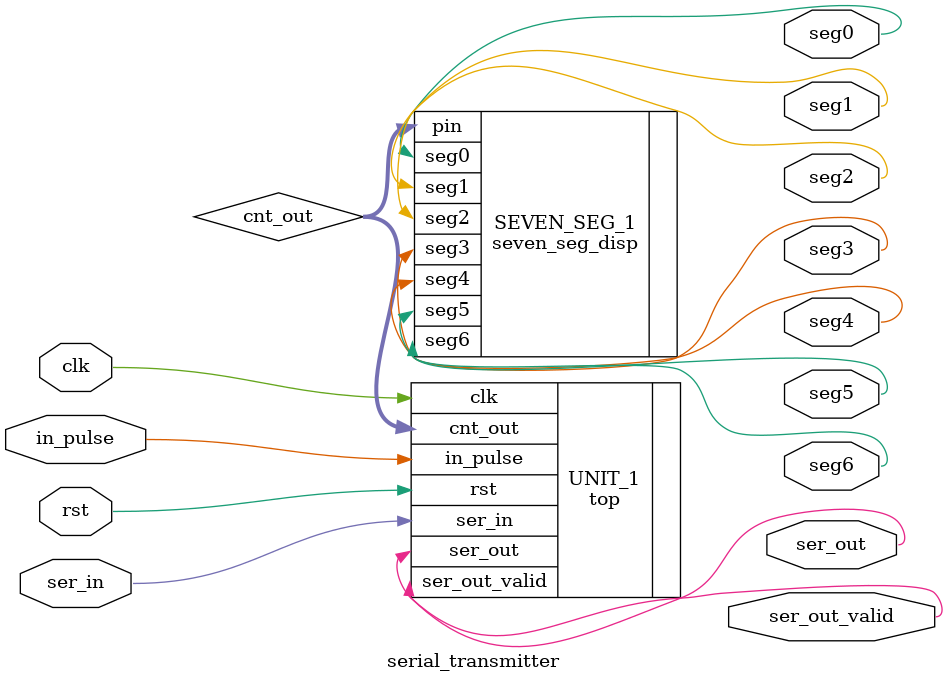
<source format=v>
module serial_transmitter (
    clk, rst, in_pulse, ser_in,
    ser_out, ser_out_valid,
    seg0, seg1, seg2, seg3, seg4, seg5, seg6
);

input               clk, rst, in_pulse, ser_in;
output              ser_out, ser_out_valid;
output              seg0, seg1, seg2, seg3, seg4, seg5, seg6;

wire        [3:0]   cnt_out;


top UNIT_1(
    .clk(clk),
    .rst(rst),
    .in_pulse(in_pulse),
    .ser_in(ser_in),
    .ser_out(ser_out),
    .ser_out_valid(ser_out_valid),
    .cnt_out(cnt_out)
);


seven_seg_disp SEVEN_SEG_1(
    .pin(cnt_out),
    .seg0(seg0),
    .seg1(seg1),
    .seg2(seg2),
    .seg3(seg3),
    .seg4(seg4),
    .seg5(seg5),
    .seg6(seg6),
);

endmodule
</source>
